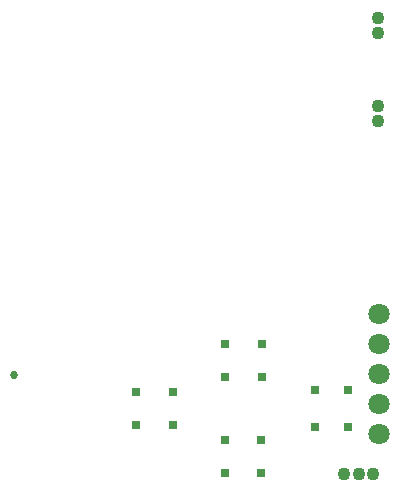
<source format=gbr>
G04 DipTrace 3.1.0.0*
G04 BottomMask.gbr*
%MOIN*%
G04 #@! TF.FileFunction,Soldermask,Bot*
G04 #@! TF.Part,Single*
%ADD32C,0.04337*%
%ADD37C,0.070929*%
%ADD58C,0.027008*%
%ADD70R,0.029591X0.027622*%
%ADD71R,0.027622X0.029591*%
%FSLAX26Y26*%
G04*
G70*
G90*
G75*
G01*
G04 BotMask*
%LPD*%
D32*
X1265213Y92000D3*
X1216000D3*
X1166787D3*
X1281000Y1560394D3*
Y1609606D3*
Y1268000D3*
Y1317213D3*
D37*
X1283007Y225997D3*
Y325997D3*
Y425997D3*
Y525997D3*
Y625997D3*
D71*
X596024Y364331D3*
X473976D3*
X596024Y256063D3*
X473976D3*
X770976Y415669D3*
X893024D3*
X770976Y523937D3*
X893024D3*
X768976Y95669D3*
X891024D3*
X768976Y203937D3*
X891024D3*
D70*
X1071669Y371024D3*
Y248976D3*
X1179937Y371024D3*
Y248976D3*
D58*
X65753Y422039D3*
M02*

</source>
